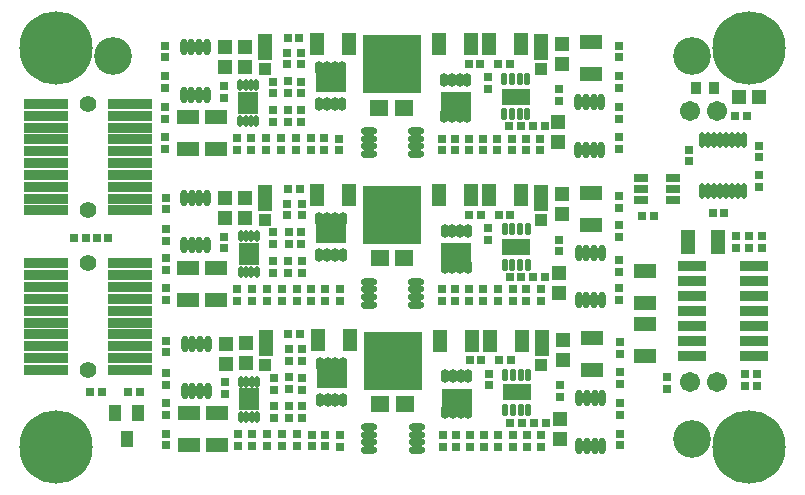
<source format=gbs>
G04 Layer_Color=16711935*
%FSLAX25Y25*%
%MOIN*%
G70*
G01*
G75*
%ADD98R,0.05131X0.04737*%
%ADD114R,0.03162X0.03162*%
%ADD115R,0.03162X0.03162*%
%ADD116C,0.05485*%
%ADD117C,0.12611*%
%ADD118C,0.24422*%
%ADD119C,0.06706*%
%ADD120R,0.06509X0.07690*%
G04:AMPARAMS|DCode=121|XSize=17.84mil|YSize=39.5mil|CornerRadius=6.46mil|HoleSize=0mil|Usage=FLASHONLY|Rotation=0.000|XOffset=0mil|YOffset=0mil|HoleType=Round|Shape=RoundedRectangle|*
%AMROUNDEDRECTD121*
21,1,0.01784,0.02658,0,0,0.0*
21,1,0.00492,0.03950,0,0,0.0*
1,1,0.01292,0.00246,-0.01329*
1,1,0.01292,-0.00246,-0.01329*
1,1,0.01292,-0.00246,0.01329*
1,1,0.01292,0.00246,0.01329*
%
%ADD121ROUNDEDRECTD121*%
G04:AMPARAMS|DCode=122|XSize=23.75mil|YSize=51.31mil|CornerRadius=7.94mil|HoleSize=0mil|Usage=FLASHONLY|Rotation=180.000|XOffset=0mil|YOffset=0mil|HoleType=Round|Shape=RoundedRectangle|*
%AMROUNDEDRECTD122*
21,1,0.02375,0.03543,0,0,180.0*
21,1,0.00787,0.05131,0,0,180.0*
1,1,0.01587,-0.00394,0.01772*
1,1,0.01587,0.00394,0.01772*
1,1,0.01587,0.00394,-0.01772*
1,1,0.01587,-0.00394,-0.01772*
%
%ADD122ROUNDEDRECTD122*%
G04:AMPARAMS|DCode=123|XSize=25.72mil|YSize=43.43mil|CornerRadius=8.43mil|HoleSize=0mil|Usage=FLASHONLY|Rotation=180.000|XOffset=0mil|YOffset=0mil|HoleType=Round|Shape=RoundedRectangle|*
%AMROUNDEDRECTD123*
21,1,0.02572,0.02658,0,0,180.0*
21,1,0.00886,0.04343,0,0,180.0*
1,1,0.01686,-0.00443,0.01329*
1,1,0.01686,0.00443,0.01329*
1,1,0.01686,0.00443,-0.01329*
1,1,0.01686,-0.00443,-0.01329*
%
%ADD123ROUNDEDRECTD123*%
%ADD124R,0.10249X0.07493*%
%ADD125R,0.14776X0.03202*%
%ADD126R,0.04737X0.05131*%
%ADD127R,0.07493X0.05131*%
%ADD128R,0.05131X0.07493*%
%ADD129R,0.03950X0.03950*%
%ADD130R,0.05131X0.08674*%
%ADD131R,0.19698X0.19501*%
%ADD132R,0.06312X0.05800*%
%ADD133R,0.09265X0.05524*%
G04:AMPARAMS|DCode=134|XSize=21.78mil|YSize=39.5mil|CornerRadius=7.45mil|HoleSize=0mil|Usage=FLASHONLY|Rotation=0.000|XOffset=0mil|YOffset=0mil|HoleType=Round|Shape=RoundedRectangle|*
%AMROUNDEDRECTD134*
21,1,0.02178,0.02461,0,0,0.0*
21,1,0.00689,0.03950,0,0,0.0*
1,1,0.01489,0.00345,-0.01230*
1,1,0.01489,-0.00345,-0.01230*
1,1,0.01489,-0.00345,0.01230*
1,1,0.01489,0.00345,0.01230*
%
%ADD134ROUNDEDRECTD134*%
%ADD135R,0.09461X0.03359*%
G04:AMPARAMS|DCode=136|XSize=19.81mil|YSize=51.31mil|CornerRadius=6.95mil|HoleSize=0mil|Usage=FLASHONLY|Rotation=180.000|XOffset=0mil|YOffset=0mil|HoleType=Round|Shape=RoundedRectangle|*
%AMROUNDEDRECTD136*
21,1,0.01981,0.03740,0,0,180.0*
21,1,0.00591,0.05131,0,0,180.0*
1,1,0.01391,-0.00295,0.01870*
1,1,0.01391,0.00295,0.01870*
1,1,0.01391,0.00295,-0.01870*
1,1,0.01391,-0.00295,-0.01870*
%
%ADD136ROUNDEDRECTD136*%
%ADD137R,0.04737X0.07887*%
%ADD138R,0.03950X0.05524*%
%ADD139R,0.03556X0.04343*%
%ADD140R,0.04934X0.03162*%
G04:AMPARAMS|DCode=141|XSize=23.75mil|YSize=51.31mil|CornerRadius=7.94mil|HoleSize=0mil|Usage=FLASHONLY|Rotation=90.000|XOffset=0mil|YOffset=0mil|HoleType=Round|Shape=RoundedRectangle|*
%AMROUNDEDRECTD141*
21,1,0.02375,0.03543,0,0,90.0*
21,1,0.00787,0.05131,0,0,90.0*
1,1,0.01587,0.01772,0.00394*
1,1,0.01587,0.01772,-0.00394*
1,1,0.01587,-0.01772,-0.00394*
1,1,0.01587,-0.01772,0.00394*
%
%ADD141ROUNDEDRECTD141*%
D98*
X246850Y128917D02*
D03*
X240158D02*
D03*
D114*
X167717Y20276D02*
D03*
X163779D02*
D03*
X175591D02*
D03*
X171653D02*
D03*
X150020Y89446D02*
D03*
X153957D02*
D03*
X175394Y68701D02*
D03*
X171457D02*
D03*
X25886Y81870D02*
D03*
X29823D02*
D03*
X22244D02*
D03*
X18307D02*
D03*
X207776Y89095D02*
D03*
X211713D02*
D03*
X241929Y36496D02*
D03*
X245866D02*
D03*
Y32559D02*
D03*
X241929D02*
D03*
X163484Y118996D02*
D03*
X167421D02*
D03*
X167520Y68701D02*
D03*
X163583D02*
D03*
X163779Y139764D02*
D03*
X159843D02*
D03*
X159921Y89547D02*
D03*
X163858D02*
D03*
X164055Y41122D02*
D03*
X160118D02*
D03*
X231201Y90039D02*
D03*
X235138D02*
D03*
X93504Y148504D02*
D03*
X89567D02*
D03*
X89665Y98209D02*
D03*
X93602D02*
D03*
X93799Y49784D02*
D03*
X89862D02*
D03*
X171358Y118996D02*
D03*
X175295D02*
D03*
X153858Y139741D02*
D03*
X149921D02*
D03*
X150216Y41021D02*
D03*
X154154D02*
D03*
X36516Y30394D02*
D03*
X40453D02*
D03*
X27559Y30413D02*
D03*
X23622D02*
D03*
X242618Y122323D02*
D03*
X238681D02*
D03*
D115*
X97464Y60748D02*
D03*
Y64685D02*
D03*
X145450Y64646D02*
D03*
Y60709D02*
D03*
X141119D02*
D03*
Y64646D02*
D03*
X106791Y114961D02*
D03*
Y111024D02*
D03*
X106890Y60728D02*
D03*
Y64665D02*
D03*
X107087Y16240D02*
D03*
Y12303D02*
D03*
X247638Y82559D02*
D03*
Y78622D02*
D03*
X243307D02*
D03*
Y82559D02*
D03*
X238976D02*
D03*
Y78622D02*
D03*
X94072Y124488D02*
D03*
Y120551D02*
D03*
X94367Y70256D02*
D03*
Y74193D02*
D03*
Y25768D02*
D03*
Y21831D02*
D03*
X94072Y139646D02*
D03*
Y143583D02*
D03*
X94269Y93287D02*
D03*
Y89350D02*
D03*
X94367Y40925D02*
D03*
Y44862D02*
D03*
X94095Y133957D02*
D03*
Y130020D02*
D03*
X94193Y79724D02*
D03*
Y83661D02*
D03*
X94390Y35236D02*
D03*
Y31299D02*
D03*
X89249Y139646D02*
D03*
Y143583D02*
D03*
X89446Y93287D02*
D03*
Y89350D02*
D03*
X90135Y40925D02*
D03*
Y44862D02*
D03*
X101794Y114980D02*
D03*
Y111043D02*
D03*
X101893Y60748D02*
D03*
Y64685D02*
D03*
X102090Y16260D02*
D03*
Y12323D02*
D03*
X48819Y142008D02*
D03*
Y145945D02*
D03*
X48917Y95256D02*
D03*
Y91319D02*
D03*
X49114Y43681D02*
D03*
Y47618D02*
D03*
X68284Y128622D02*
D03*
Y132559D02*
D03*
X68383Y82264D02*
D03*
Y78327D02*
D03*
X68580Y29902D02*
D03*
Y33839D02*
D03*
X84721Y124488D02*
D03*
Y120551D02*
D03*
X84820Y70256D02*
D03*
Y74193D02*
D03*
X85017Y25768D02*
D03*
Y21831D02*
D03*
X72601Y111102D02*
D03*
Y115039D02*
D03*
X72699Y64744D02*
D03*
Y60807D02*
D03*
X72896Y12382D02*
D03*
Y16319D02*
D03*
X154631Y114941D02*
D03*
Y111004D02*
D03*
X154730Y60709D02*
D03*
Y64646D02*
D03*
X154927Y16220D02*
D03*
Y12284D02*
D03*
X164460Y114941D02*
D03*
Y111004D02*
D03*
X164558Y60709D02*
D03*
Y64646D02*
D03*
X164755Y16220D02*
D03*
Y12284D02*
D03*
X159496Y111004D02*
D03*
Y114941D02*
D03*
X159595Y64646D02*
D03*
Y60709D02*
D03*
X159792Y12284D02*
D03*
Y16220D02*
D03*
X173796Y114941D02*
D03*
Y111004D02*
D03*
X173895Y60709D02*
D03*
Y64646D02*
D03*
X174091Y16220D02*
D03*
Y12284D02*
D03*
X145351Y114941D02*
D03*
Y111004D02*
D03*
X145647Y12284D02*
D03*
Y16220D02*
D03*
X180020Y127638D02*
D03*
Y131575D02*
D03*
X180118Y81279D02*
D03*
Y77342D02*
D03*
X180315Y28917D02*
D03*
Y32854D02*
D03*
X87519Y111102D02*
D03*
Y115039D02*
D03*
X87618Y64744D02*
D03*
Y60807D02*
D03*
X87815Y12382D02*
D03*
Y16319D02*
D03*
X82514Y111102D02*
D03*
Y115039D02*
D03*
X82612Y64744D02*
D03*
Y60807D02*
D03*
X82809Y12382D02*
D03*
Y16319D02*
D03*
X200000Y115335D02*
D03*
Y111398D02*
D03*
X200098Y61102D02*
D03*
Y65039D02*
D03*
X200295Y16614D02*
D03*
Y12677D02*
D03*
X97365Y114980D02*
D03*
Y111043D02*
D03*
X97660Y12323D02*
D03*
Y16260D02*
D03*
X141021Y114941D02*
D03*
Y111004D02*
D03*
X141316Y12284D02*
D03*
Y16220D02*
D03*
X89643Y120551D02*
D03*
Y124488D02*
D03*
X89741Y74193D02*
D03*
Y70256D02*
D03*
X90135Y21831D02*
D03*
Y25768D02*
D03*
X48819Y111398D02*
D03*
Y115335D02*
D03*
X48917Y65039D02*
D03*
Y61102D02*
D03*
X49114Y12677D02*
D03*
Y16614D02*
D03*
X48819Y125538D02*
D03*
Y121601D02*
D03*
X48917Y71306D02*
D03*
Y75243D02*
D03*
X49114Y26818D02*
D03*
Y22881D02*
D03*
X89839Y130098D02*
D03*
Y134035D02*
D03*
X89938Y83740D02*
D03*
Y79803D02*
D03*
X90135Y31378D02*
D03*
Y35315D02*
D03*
X48819Y135741D02*
D03*
Y131805D02*
D03*
X48917Y80919D02*
D03*
Y84856D02*
D03*
X49114Y36824D02*
D03*
Y32887D02*
D03*
X92525Y111102D02*
D03*
Y115039D02*
D03*
X92624Y64744D02*
D03*
Y60807D02*
D03*
X92820Y12382D02*
D03*
Y16319D02*
D03*
X84842Y133937D02*
D03*
Y130000D02*
D03*
X84842Y79705D02*
D03*
Y83642D02*
D03*
X85039Y35217D02*
D03*
Y31280D02*
D03*
X200000Y145945D02*
D03*
Y142008D02*
D03*
X200098Y91713D02*
D03*
Y95650D02*
D03*
X200295Y47224D02*
D03*
Y43287D02*
D03*
X77508Y115039D02*
D03*
Y111102D02*
D03*
X77607Y60807D02*
D03*
Y64744D02*
D03*
X77803Y16319D02*
D03*
Y12382D02*
D03*
X149963Y114941D02*
D03*
Y111004D02*
D03*
X150062Y60709D02*
D03*
Y64646D02*
D03*
X150259Y16220D02*
D03*
Y12284D02*
D03*
X169030Y114941D02*
D03*
Y111004D02*
D03*
X169128Y60709D02*
D03*
Y64646D02*
D03*
X169325Y16220D02*
D03*
Y12284D02*
D03*
X200000Y135741D02*
D03*
Y131805D02*
D03*
X200098Y82198D02*
D03*
Y86135D02*
D03*
X200295Y37021D02*
D03*
Y33084D02*
D03*
X156322Y131417D02*
D03*
Y135354D02*
D03*
X156420Y85059D02*
D03*
Y81122D02*
D03*
X156617Y32697D02*
D03*
Y36634D02*
D03*
X200000Y121601D02*
D03*
Y125538D02*
D03*
X200098Y74554D02*
D03*
Y70617D02*
D03*
X200295Y22881D02*
D03*
Y26818D02*
D03*
X246555Y112579D02*
D03*
Y108642D02*
D03*
Y102736D02*
D03*
Y98799D02*
D03*
X223524Y107362D02*
D03*
Y111299D02*
D03*
X215945Y31476D02*
D03*
Y35413D02*
D03*
D116*
X22933Y126457D02*
D03*
Y91024D02*
D03*
Y37874D02*
D03*
Y73307D02*
D03*
D117*
X224370Y142461D02*
D03*
Y14902D02*
D03*
X31457Y142461D02*
D03*
D118*
X12303Y12284D02*
D03*
Y145079D02*
D03*
X243524D02*
D03*
Y12284D02*
D03*
D119*
X223701Y124193D02*
D03*
Y33720D02*
D03*
X232598D02*
D03*
Y124193D02*
D03*
D120*
X76454Y126752D02*
D03*
X76552Y76457D02*
D03*
X76749Y28032D02*
D03*
D121*
X79111Y132658D02*
D03*
X77340D02*
D03*
X75568D02*
D03*
X73796D02*
D03*
Y120846D02*
D03*
X75568D02*
D03*
X77340D02*
D03*
X79111D02*
D03*
X79210Y70551D02*
D03*
X77438D02*
D03*
X75666D02*
D03*
X73895D02*
D03*
Y82362D02*
D03*
X75666D02*
D03*
X77438D02*
D03*
X79210D02*
D03*
X79406Y33937D02*
D03*
X77635D02*
D03*
X75863D02*
D03*
X74091D02*
D03*
Y22126D02*
D03*
X75863D02*
D03*
X77635D02*
D03*
X79406D02*
D03*
D122*
X194147Y111299D02*
D03*
X191588D02*
D03*
X189029D02*
D03*
X186470D02*
D03*
X194147Y127047D02*
D03*
X191588D02*
D03*
X189029D02*
D03*
X186470D02*
D03*
X186569Y76752D02*
D03*
X189128D02*
D03*
X191687D02*
D03*
X194246D02*
D03*
X186569Y61004D02*
D03*
X189128D02*
D03*
X191687D02*
D03*
X194246D02*
D03*
X62598Y129606D02*
D03*
X60039D02*
D03*
X57480D02*
D03*
X54921D02*
D03*
X62598Y145354D02*
D03*
X60039D02*
D03*
X57480D02*
D03*
X54921D02*
D03*
X55020Y95059D02*
D03*
X57579D02*
D03*
X60138D02*
D03*
X62697D02*
D03*
X55020Y79311D02*
D03*
X57579D02*
D03*
X60138D02*
D03*
X62697D02*
D03*
X62894Y30886D02*
D03*
X60335D02*
D03*
X57776D02*
D03*
X55216D02*
D03*
X62894Y46634D02*
D03*
X60335D02*
D03*
X57776D02*
D03*
X55216D02*
D03*
X194443Y12579D02*
D03*
X191884D02*
D03*
X189325D02*
D03*
X186766D02*
D03*
X194443Y28327D02*
D03*
X191884D02*
D03*
X189325D02*
D03*
X186766D02*
D03*
D123*
X141831Y134429D02*
D03*
X144390D02*
D03*
X146949D02*
D03*
X149508D02*
D03*
Y122421D02*
D03*
X146949D02*
D03*
X144390D02*
D03*
X141831D02*
D03*
X141929Y84134D02*
D03*
X144488D02*
D03*
X147047D02*
D03*
X149606D02*
D03*
Y72126D02*
D03*
X147047D02*
D03*
X144488D02*
D03*
X141929D02*
D03*
X142126Y35709D02*
D03*
X144685D02*
D03*
X147244D02*
D03*
X149803D02*
D03*
Y23701D02*
D03*
X147244D02*
D03*
X144685D02*
D03*
X142126D02*
D03*
X108071Y27736D02*
D03*
X105512D02*
D03*
X102953D02*
D03*
X100394D02*
D03*
Y39744D02*
D03*
X102953D02*
D03*
X105512D02*
D03*
X108071D02*
D03*
X107874Y76161D02*
D03*
X105315D02*
D03*
X102756D02*
D03*
X100197D02*
D03*
Y88169D02*
D03*
X102756D02*
D03*
X105315D02*
D03*
X107874D02*
D03*
X107776Y126457D02*
D03*
X105217D02*
D03*
X102657D02*
D03*
X100098D02*
D03*
Y138465D02*
D03*
X102657D02*
D03*
X105217D02*
D03*
X107776D02*
D03*
D124*
X145669Y126654D02*
D03*
X145768Y76358D02*
D03*
X145965Y27933D02*
D03*
X104232Y35512D02*
D03*
X104035Y83937D02*
D03*
X103937Y134232D02*
D03*
D125*
X8937Y91024D02*
D03*
Y94961D02*
D03*
Y98898D02*
D03*
Y102835D02*
D03*
Y106772D02*
D03*
Y110709D02*
D03*
Y114646D02*
D03*
Y118583D02*
D03*
Y122520D02*
D03*
Y126457D02*
D03*
X36929D02*
D03*
Y122520D02*
D03*
Y118583D02*
D03*
Y114646D02*
D03*
Y110709D02*
D03*
Y106772D02*
D03*
Y102835D02*
D03*
Y98898D02*
D03*
Y94961D02*
D03*
Y91024D02*
D03*
Y37874D02*
D03*
Y41811D02*
D03*
Y45748D02*
D03*
Y49685D02*
D03*
Y53622D02*
D03*
Y57559D02*
D03*
Y61496D02*
D03*
Y65433D02*
D03*
Y69370D02*
D03*
Y73307D02*
D03*
X8937D02*
D03*
Y69370D02*
D03*
Y65433D02*
D03*
Y61496D02*
D03*
Y57559D02*
D03*
Y53622D02*
D03*
Y49685D02*
D03*
Y45748D02*
D03*
Y41811D02*
D03*
Y37874D02*
D03*
D126*
X75273Y145453D02*
D03*
Y138760D02*
D03*
X181080Y146634D02*
D03*
Y139941D02*
D03*
X179777Y120354D02*
D03*
Y113661D02*
D03*
X68580Y138661D02*
D03*
Y145354D02*
D03*
X75371Y95157D02*
D03*
Y88465D02*
D03*
X181178Y96339D02*
D03*
Y89646D02*
D03*
X179876Y70059D02*
D03*
Y63366D02*
D03*
X68678Y88366D02*
D03*
Y95059D02*
D03*
X181375Y47913D02*
D03*
Y41221D02*
D03*
X68875Y39941D02*
D03*
Y46634D02*
D03*
X180270Y21634D02*
D03*
Y14941D02*
D03*
X75568Y46732D02*
D03*
Y40039D02*
D03*
D127*
X56299Y111594D02*
D03*
Y122224D02*
D03*
X190725Y147126D02*
D03*
Y136496D02*
D03*
X65650Y111594D02*
D03*
Y122224D02*
D03*
X56398Y61299D02*
D03*
Y71929D02*
D03*
X190824Y96831D02*
D03*
Y86201D02*
D03*
X65748Y61299D02*
D03*
Y71929D02*
D03*
X191021Y48406D02*
D03*
Y37776D02*
D03*
X56595Y12874D02*
D03*
Y23504D02*
D03*
X65945Y12874D02*
D03*
Y23504D02*
D03*
X208661Y70846D02*
D03*
Y60216D02*
D03*
Y42598D02*
D03*
Y53228D02*
D03*
D128*
X99410Y146437D02*
D03*
X110039D02*
D03*
X99508Y96142D02*
D03*
X110138D02*
D03*
X150984Y47618D02*
D03*
X140354D02*
D03*
X150787Y96043D02*
D03*
X140157D02*
D03*
X150689Y146339D02*
D03*
X140059D02*
D03*
X99705Y47717D02*
D03*
X110335D02*
D03*
X167618Y47618D02*
D03*
X156988D02*
D03*
X167421Y96043D02*
D03*
X156791D02*
D03*
X167323Y146339D02*
D03*
X156693D02*
D03*
D129*
X173895Y138268D02*
D03*
X81867D02*
D03*
X173993Y87972D02*
D03*
X81965D02*
D03*
X82162Y39547D02*
D03*
X174190D02*
D03*
D130*
X173993Y145453D02*
D03*
X81965D02*
D03*
X174091Y95157D02*
D03*
X82064D02*
D03*
X82261Y46732D02*
D03*
X174288D02*
D03*
D131*
X124584Y40925D02*
D03*
X124387Y89350D02*
D03*
X124288Y139646D02*
D03*
D132*
X128678Y26555D02*
D03*
X120489D02*
D03*
X128481Y74980D02*
D03*
X120292D02*
D03*
X128383Y125276D02*
D03*
X120194D02*
D03*
D133*
X165945Y30315D02*
D03*
X165748Y78740D02*
D03*
X165650Y128937D02*
D03*
D134*
X169783Y36220D02*
D03*
X167224D02*
D03*
X164665D02*
D03*
X162106D02*
D03*
Y24409D02*
D03*
X164665D02*
D03*
X167224D02*
D03*
X169783D02*
D03*
X169587Y84646D02*
D03*
X167028D02*
D03*
X164469D02*
D03*
X161909D02*
D03*
Y72835D02*
D03*
X164469D02*
D03*
X167028D02*
D03*
X169587D02*
D03*
X169488Y134843D02*
D03*
X166929D02*
D03*
X164370D02*
D03*
X161811D02*
D03*
Y123031D02*
D03*
X164370D02*
D03*
X166929D02*
D03*
X169488D02*
D03*
D135*
X244882Y72362D02*
D03*
Y67362D02*
D03*
Y62362D02*
D03*
Y57362D02*
D03*
Y52362D02*
D03*
Y47362D02*
D03*
Y42362D02*
D03*
X224410Y72362D02*
D03*
Y67362D02*
D03*
Y62362D02*
D03*
Y57362D02*
D03*
Y52362D02*
D03*
Y47362D02*
D03*
Y42362D02*
D03*
D136*
X233760Y97323D02*
D03*
X231791D02*
D03*
X229823D02*
D03*
X227854D02*
D03*
X235728D02*
D03*
X237697D02*
D03*
X239665D02*
D03*
X241634D02*
D03*
X227854Y114547D02*
D03*
X229823D02*
D03*
X233760D02*
D03*
X231791D02*
D03*
X237697D02*
D03*
X235728D02*
D03*
X241634D02*
D03*
X239665D02*
D03*
D137*
X223031Y80590D02*
D03*
X232874D02*
D03*
D138*
X32185Y23307D02*
D03*
X39665D02*
D03*
X35925Y14645D02*
D03*
D139*
X225787Y131968D02*
D03*
X231693D02*
D03*
D140*
X207283Y101850D02*
D03*
Y98110D02*
D03*
Y94370D02*
D03*
X217913D02*
D03*
Y98110D02*
D03*
Y101850D02*
D03*
D141*
X116831Y11122D02*
D03*
Y13681D02*
D03*
Y16240D02*
D03*
Y18799D02*
D03*
X132579Y11122D02*
D03*
Y13681D02*
D03*
Y16240D02*
D03*
Y18799D02*
D03*
X116634Y59547D02*
D03*
Y62106D02*
D03*
Y64665D02*
D03*
Y67224D02*
D03*
X132382Y59547D02*
D03*
Y62106D02*
D03*
Y64665D02*
D03*
Y67224D02*
D03*
X116535Y109843D02*
D03*
Y112402D02*
D03*
Y114961D02*
D03*
Y117520D02*
D03*
X132283Y109843D02*
D03*
Y112402D02*
D03*
Y114961D02*
D03*
Y117520D02*
D03*
M02*

</source>
